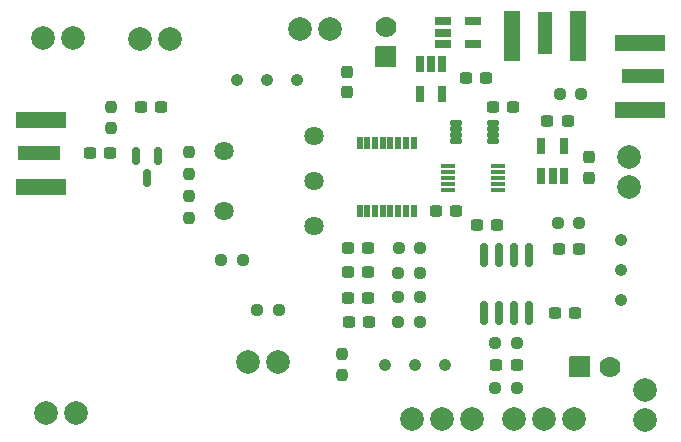
<source format=gbr>
%TF.GenerationSoftware,KiCad,Pcbnew,(6.0.2)*%
%TF.CreationDate,2022-12-27T17:28:47-08:00*%
%TF.ProjectId,qsd_revB,7173645f-7265-4764-922e-6b696361645f,rev?*%
%TF.SameCoordinates,Original*%
%TF.FileFunction,Soldermask,Top*%
%TF.FilePolarity,Negative*%
%FSLAX46Y46*%
G04 Gerber Fmt 4.6, Leading zero omitted, Abs format (unit mm)*
G04 Created by KiCad (PCBNEW (6.0.2)) date 2022-12-27 17:28:47*
%MOMM*%
%LPD*%
G01*
G04 APERTURE LIST*
G04 Aperture macros list*
%AMRoundRect*
0 Rectangle with rounded corners*
0 $1 Rounding radius*
0 $2 $3 $4 $5 $6 $7 $8 $9 X,Y pos of 4 corners*
0 Add a 4 corners polygon primitive as box body*
4,1,4,$2,$3,$4,$5,$6,$7,$8,$9,$2,$3,0*
0 Add four circle primitives for the rounded corners*
1,1,$1+$1,$2,$3*
1,1,$1+$1,$4,$5*
1,1,$1+$1,$6,$7*
1,1,$1+$1,$8,$9*
0 Add four rect primitives between the rounded corners*
20,1,$1+$1,$2,$3,$4,$5,0*
20,1,$1+$1,$4,$5,$6,$7,0*
20,1,$1+$1,$6,$7,$8,$9,0*
20,1,$1+$1,$8,$9,$2,$3,0*%
G04 Aperture macros list end*
%ADD10RoundRect,0.237500X-0.300000X-0.237500X0.300000X-0.237500X0.300000X0.237500X-0.300000X0.237500X0*%
%ADD11RoundRect,0.237500X0.300000X0.237500X-0.300000X0.237500X-0.300000X-0.237500X0.300000X-0.237500X0*%
%ADD12RoundRect,0.237500X-0.237500X0.300000X-0.237500X-0.300000X0.237500X-0.300000X0.237500X0.300000X0*%
%ADD13RoundRect,0.063500X-0.300000X0.600000X-0.300000X-0.600000X0.300000X-0.600000X0.300000X0.600000X0*%
%ADD14C,2.006600*%
%ADD15R,1.270000X3.600000*%
%ADD16R,1.350000X4.200000*%
%ADD17RoundRect,0.150000X-0.150000X0.825000X-0.150000X-0.825000X0.150000X-0.825000X0.150000X0.825000X0*%
%ADD18RoundRect,0.237500X0.250000X0.237500X-0.250000X0.237500X-0.250000X-0.237500X0.250000X-0.237500X0*%
%ADD19RoundRect,0.237500X0.237500X-0.250000X0.237500X0.250000X-0.237500X0.250000X-0.237500X-0.250000X0*%
%ADD20RoundRect,0.237500X-0.237500X0.250000X-0.237500X-0.250000X0.237500X-0.250000X0.237500X0.250000X0*%
%ADD21RoundRect,0.237500X-0.250000X-0.237500X0.250000X-0.237500X0.250000X0.237500X-0.250000X0.237500X0*%
%ADD22RoundRect,0.150000X-0.150000X0.587500X-0.150000X-0.587500X0.150000X-0.587500X0.150000X0.587500X0*%
%ADD23RoundRect,0.237500X0.237500X-0.300000X0.237500X0.300000X-0.237500X0.300000X-0.237500X-0.300000X0*%
%ADD24R,4.200000X1.350000*%
%ADD25R,3.600000X1.270000*%
%ADD26RoundRect,0.063500X-0.600000X-0.300000X0.600000X-0.300000X0.600000X0.300000X-0.600000X0.300000X0*%
%ADD27C,1.041400*%
%ADD28RoundRect,0.063500X-0.500000X0.125000X-0.500000X-0.125000X0.500000X-0.125000X0.500000X0.125000X0*%
%ADD29RoundRect,0.063500X0.500000X-0.125000X0.500000X0.125000X-0.500000X0.125000X-0.500000X-0.125000X0*%
%ADD30RoundRect,0.063500X0.175000X-0.450000X0.175000X0.450000X-0.175000X0.450000X-0.175000X-0.450000X0*%
%ADD31RoundRect,0.063500X-0.175000X0.450000X-0.175000X-0.450000X0.175000X-0.450000X0.175000X0.450000X0*%
%ADD32C,1.627000*%
%ADD33RoundRect,0.063500X-0.300000X-0.600000X0.300000X-0.600000X0.300000X0.600000X-0.300000X0.600000X0*%
%ADD34C,1.778000*%
%ADD35RoundRect,0.063500X0.825500X0.825500X-0.825500X0.825500X-0.825500X-0.825500X0.825500X-0.825500X0*%
%ADD36RoundRect,0.063500X-0.825500X0.825500X-0.825500X-0.825500X0.825500X-0.825500X0.825500X0.825500X0*%
%ADD37RoundRect,0.063500X-0.425000X-0.150000X0.425000X-0.150000X0.425000X0.150000X-0.425000X0.150000X0*%
G04 APERTURE END LIST*
D10*
%TO.C,C11*%
X153038600Y-107204600D03*
X154763600Y-107204600D03*
%TD*%
D11*
%TO.C,C4*%
X153868600Y-94744600D03*
X152143600Y-94744600D03*
%TD*%
D12*
%TO.C,C1*%
X162576100Y-101467100D03*
X162576100Y-103192100D03*
%TD*%
D13*
%TO.C,IC2*%
X150126100Y-96074600D03*
X148226100Y-96074600D03*
X148226100Y-93574600D03*
X149176100Y-93574600D03*
X150126100Y-93574600D03*
%TD*%
D14*
%TO.C,JP5*%
X140591100Y-90579600D03*
X138051100Y-90579600D03*
%TD*%
D15*
%TO.C,J3*%
X158826100Y-90954600D03*
D16*
X156001100Y-91154600D03*
X161651100Y-91154600D03*
%TD*%
D17*
%TO.C,U1*%
X157456100Y-109729600D03*
X156186100Y-109729600D03*
X154916100Y-109729600D03*
X153646100Y-109729600D03*
X153646100Y-114679600D03*
X154916100Y-114679600D03*
X156186100Y-114679600D03*
X157456100Y-114679600D03*
%TD*%
D18*
%TO.C,R31*%
X156463600Y-117204600D03*
X154638600Y-117204600D03*
%TD*%
%TO.C,R28*%
X161738600Y-107054600D03*
X159913600Y-107054600D03*
%TD*%
%TO.C,R27*%
X146388600Y-115379600D03*
X148213600Y-115379600D03*
%TD*%
%TO.C,R26*%
X148213600Y-113304600D03*
X146388600Y-113304600D03*
%TD*%
%TO.C,R19*%
X148213600Y-111229600D03*
X146388600Y-111229600D03*
%TD*%
%TO.C,R18*%
X148263600Y-109104600D03*
X146438600Y-109104600D03*
%TD*%
%TO.C,R10*%
X136313600Y-114379600D03*
X134488600Y-114379600D03*
%TD*%
%TO.C,R8*%
X133238600Y-110129600D03*
X131413600Y-110129600D03*
%TD*%
D19*
%TO.C,R7*%
X128726100Y-106604600D03*
X128726100Y-104779600D03*
%TD*%
%TO.C,R6*%
X128726100Y-102879600D03*
X128726100Y-101054600D03*
%TD*%
D20*
%TO.C,R5*%
X122101100Y-97192100D03*
X122101100Y-99017100D03*
%TD*%
D18*
%TO.C,R4*%
X156463600Y-121029600D03*
X154638600Y-121029600D03*
%TD*%
D19*
%TO.C,R2*%
X141626100Y-119904600D03*
X141626100Y-118079600D03*
%TD*%
D21*
%TO.C,R1*%
X160063600Y-96134600D03*
X161888600Y-96134600D03*
%TD*%
D22*
%TO.C,Q1*%
X126076100Y-101317100D03*
X124176100Y-101317100D03*
X125126100Y-103192100D03*
%TD*%
D11*
%TO.C,C21*%
X161738600Y-109229600D03*
X160013600Y-109229600D03*
%TD*%
%TO.C,C20*%
X161388600Y-114679600D03*
X159663600Y-114679600D03*
%TD*%
%TO.C,C18*%
X156438600Y-119054600D03*
X154713600Y-119054600D03*
%TD*%
%TO.C,C16*%
X126313600Y-97229600D03*
X124588600Y-97229600D03*
%TD*%
D10*
%TO.C,C15*%
X143938600Y-115404600D03*
X142213600Y-115404600D03*
%TD*%
%TO.C,C14*%
X143863600Y-113354600D03*
X142138600Y-113354600D03*
%TD*%
%TO.C,C13*%
X142163600Y-111204600D03*
X143888600Y-111204600D03*
%TD*%
%TO.C,C12*%
X143876100Y-109104600D03*
X142151100Y-109104600D03*
%TD*%
%TO.C,C10*%
X149563600Y-105979600D03*
X151288600Y-105979600D03*
%TD*%
D23*
%TO.C,C6*%
X142101100Y-95967100D03*
X142101100Y-94242100D03*
%TD*%
D11*
%TO.C,C5*%
X156163600Y-97204600D03*
X154438600Y-97204600D03*
%TD*%
%TO.C,C3*%
X122001100Y-101129600D03*
X120276100Y-101129600D03*
%TD*%
%TO.C,C2*%
X160738600Y-98404600D03*
X159013600Y-98404600D03*
%TD*%
D24*
%TO.C,J2*%
X116163600Y-98304600D03*
X116163600Y-103954600D03*
D25*
X115963600Y-101129600D03*
%TD*%
D24*
%TO.C,J1*%
X166888600Y-97429600D03*
X166888600Y-91779600D03*
D25*
X167088600Y-94604600D03*
%TD*%
D14*
%TO.C,JP7*%
X127071100Y-91429600D03*
X124531100Y-91429600D03*
%TD*%
D26*
%TO.C,IC6*%
X150226100Y-89954600D03*
X150226100Y-90904600D03*
X150226100Y-91854600D03*
X152726100Y-91854600D03*
X152726100Y-89954600D03*
%TD*%
D27*
%TO.C,R3*%
X150341100Y-119079600D03*
X147801100Y-119079600D03*
X145261100Y-119079600D03*
%TD*%
D28*
%TO.C,IC4*%
X150588000Y-104229600D03*
X150588000Y-103729600D03*
X150588000Y-103229600D03*
X150588000Y-102729600D03*
X150588000Y-102229600D03*
D29*
X154814200Y-102229600D03*
X154814200Y-102729600D03*
X154814200Y-103229600D03*
X154814200Y-103729600D03*
X154814200Y-104229600D03*
%TD*%
D30*
%TO.C,IC5*%
X147701100Y-105979600D03*
X147051100Y-105979600D03*
X146401100Y-105979600D03*
X145751100Y-105979600D03*
X145101100Y-105979600D03*
X144451100Y-105979600D03*
X143801100Y-105979600D03*
X143151100Y-105979600D03*
D31*
X143151100Y-100229600D03*
X143801100Y-100229600D03*
X144451100Y-100229600D03*
X145101100Y-100229600D03*
X145751100Y-100229600D03*
X146401100Y-100229600D03*
X147051100Y-100229600D03*
X147701100Y-100229600D03*
%TD*%
D32*
%TO.C,T1*%
X139236100Y-103454600D03*
X139236100Y-107264600D03*
X139236100Y-99644600D03*
X131616100Y-105994600D03*
X131616100Y-100914600D03*
%TD*%
D33*
%TO.C,IC1*%
X160426100Y-103085600D03*
X159476100Y-103085600D03*
X158526100Y-103085600D03*
X160426100Y-100473600D03*
X158526100Y-100473600D03*
%TD*%
D34*
%TO.C,C19*%
X164296100Y-119254600D03*
D35*
X161756100Y-119254600D03*
%TD*%
D34*
%TO.C,C7*%
X145401100Y-90459600D03*
D36*
X145401100Y-92999600D03*
%TD*%
D14*
%TO.C,JP8*%
X152641100Y-123629600D03*
X150101100Y-123629600D03*
X147561100Y-123629600D03*
%TD*%
%TO.C,JP4*%
X165951100Y-104019600D03*
X165951100Y-101479600D03*
%TD*%
%TO.C,JP6*%
X133706100Y-118754600D03*
X136246100Y-118754600D03*
%TD*%
%TO.C,JP1*%
X118846100Y-91354600D03*
X116306100Y-91354600D03*
%TD*%
%TO.C,JP2*%
X116556100Y-123104600D03*
X119096100Y-123104600D03*
%TD*%
%TO.C,JP3*%
X167296100Y-121134600D03*
X167296100Y-123674600D03*
%TD*%
D37*
%TO.C,IC3*%
X154426100Y-98579600D03*
X154426100Y-99079600D03*
X154426100Y-99579600D03*
X154426100Y-100079600D03*
X151276100Y-100079600D03*
X151276100Y-99579600D03*
X151276100Y-99079600D03*
X151276100Y-98579600D03*
%TD*%
D27*
%TO.C,R9*%
X132761100Y-94929600D03*
X135301100Y-94929600D03*
X137841100Y-94929600D03*
%TD*%
%TO.C,R32*%
X165251100Y-108439600D03*
X165251100Y-110979600D03*
X165251100Y-113519600D03*
%TD*%
D14*
%TO.C,JP9*%
X156246100Y-123604600D03*
X158786100Y-123604600D03*
X161326100Y-123604600D03*
%TD*%
M02*

</source>
